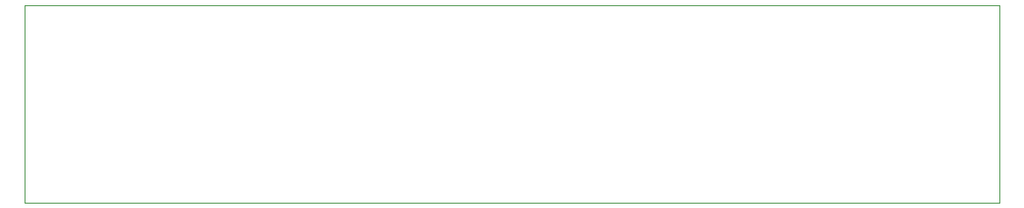
<source format=gbr>
%TF.GenerationSoftware,KiCad,Pcbnew,5.99.0+really5.1.10+dfsg1-1*%
%TF.CreationDate,2021-05-25T04:06:56-04:00*%
%TF.ProjectId,5x1,3578312e-6b69-4636-9164-5f7063625858,rev?*%
%TF.SameCoordinates,Original*%
%TF.FileFunction,Profile,NP*%
%FSLAX46Y46*%
G04 Gerber Fmt 4.6, Leading zero omitted, Abs format (unit mm)*
G04 Created by KiCad (PCBNEW 5.99.0+really5.1.10+dfsg1-1) date 2021-05-25 04:06:56*
%MOMM*%
%LPD*%
G01*
G04 APERTURE LIST*
%TA.AperFunction,Profile*%
%ADD10C,0.050000*%
%TD*%
G04 APERTURE END LIST*
D10*
X0Y0D02*
X93980000Y0D01*
X0Y-19050000D02*
X0Y0D01*
X93980000Y-19050000D02*
X93980000Y0D01*
X0Y-19050000D02*
X93980000Y-19050000D01*
M02*

</source>
